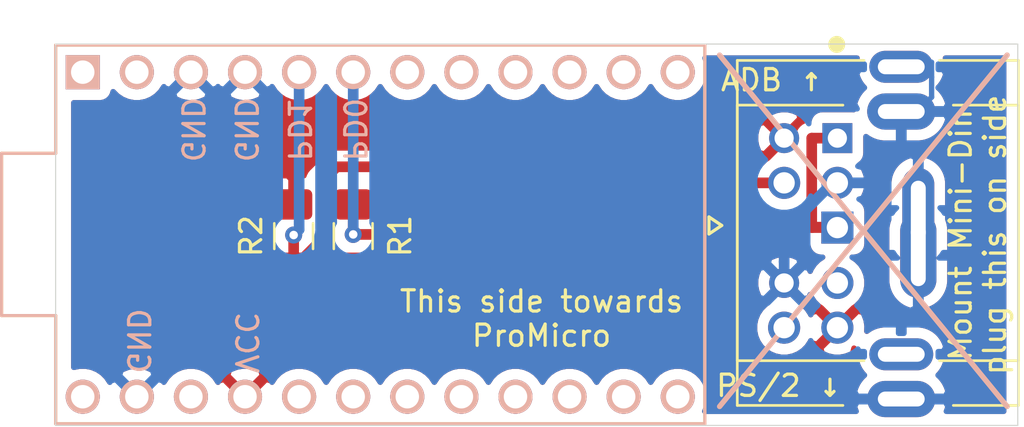
<source format=kicad_pcb>
(kicad_pcb (version 20171130) (host pcbnew "(5.1.0-0)")

  (general
    (thickness 1.6)
    (drawings 18)
    (tracks 36)
    (zones 0)
    (modules 5)
    (nets 26)
  )

  (page A4)
  (layers
    (0 F.Cu signal)
    (31 B.Cu signal)
    (32 B.Adhes user)
    (33 F.Adhes user)
    (34 B.Paste user)
    (35 F.Paste user)
    (36 B.SilkS user)
    (37 F.SilkS user)
    (38 B.Mask user)
    (39 F.Mask user)
    (40 Dwgs.User user)
    (41 Cmts.User user)
    (42 Eco1.User user)
    (43 Eco2.User user)
    (44 Edge.Cuts user)
    (45 Margin user)
    (46 B.CrtYd user)
    (47 F.CrtYd user)
    (48 B.Fab user)
    (49 F.Fab user)
  )

  (setup
    (last_trace_width 0.25)
    (user_trace_width 0.5)
    (user_trace_width 1)
    (trace_clearance 0.2)
    (zone_clearance 0.508)
    (zone_45_only no)
    (trace_min 0.2)
    (via_size 0.8)
    (via_drill 0.4)
    (via_min_size 0.4)
    (via_min_drill 0.3)
    (uvia_size 0.3)
    (uvia_drill 0.1)
    (uvias_allowed no)
    (uvia_min_size 0.2)
    (uvia_min_drill 0.1)
    (edge_width 0.05)
    (segment_width 0.2)
    (pcb_text_width 0.3)
    (pcb_text_size 1.5 1.5)
    (mod_edge_width 0.12)
    (mod_text_size 1 1)
    (mod_text_width 0.15)
    (pad_size 1.524 1.524)
    (pad_drill 0.762)
    (pad_to_mask_clearance 0.051)
    (solder_mask_min_width 0.25)
    (aux_axis_origin 0 0)
    (visible_elements FFFFFF7F)
    (pcbplotparams
      (layerselection 0x010fc_ffffffff)
      (usegerberextensions false)
      (usegerberattributes false)
      (usegerberadvancedattributes false)
      (creategerberjobfile false)
      (excludeedgelayer true)
      (linewidth 0.100000)
      (plotframeref false)
      (viasonmask false)
      (mode 1)
      (useauxorigin false)
      (hpglpennumber 1)
      (hpglpenspeed 20)
      (hpglpendiameter 15.000000)
      (psnegative false)
      (psa4output false)
      (plotreference true)
      (plotvalue true)
      (plotinvisibletext false)
      (padsonsilk false)
      (subtractmaskfromsilk false)
      (outputformat 1)
      (mirror false)
      (drillshape 0)
      (scaleselection 1)
      (outputdirectory "gerbs"))
  )

  (net 0 "")
  (net 1 GND)
  (net 2 +5V)
  (net 3 /POWER_SW)
  (net 4 /DATA)
  (net 5 "Net-(J2-Pad2)")
  (net 6 "Net-(J2-Pad6)")
  (net 7 /CLOCK)
  (net 8 "Net-(U1-Pad24)")
  (net 9 "Net-(U1-Pad22)")
  (net 10 "Net-(U1-Pad20)")
  (net 11 "Net-(U1-Pad19)")
  (net 12 "Net-(U1-Pad18)")
  (net 13 "Net-(U1-Pad17)")
  (net 14 "Net-(U1-Pad16)")
  (net 15 "Net-(U1-Pad15)")
  (net 16 "Net-(U1-Pad14)")
  (net 17 "Net-(U1-Pad13)")
  (net 18 "Net-(U1-Pad12)")
  (net 19 "Net-(U1-Pad11)")
  (net 20 "Net-(U1-Pad10)")
  (net 21 "Net-(U1-Pad9)")
  (net 22 "Net-(U1-Pad8)")
  (net 23 "Net-(U1-Pad7)")
  (net 24 "Net-(U1-Pad2)")
  (net 25 "Net-(U1-Pad1)")

  (net_class Default "This is the default net class."
    (clearance 0.2)
    (trace_width 0.25)
    (via_dia 0.8)
    (via_drill 0.4)
    (uvia_dia 0.3)
    (uvia_drill 0.1)
    (add_net +5V)
    (add_net /CLOCK)
    (add_net /DATA)
    (add_net /POWER_SW)
    (add_net GND)
    (add_net "Net-(J2-Pad2)")
    (add_net "Net-(J2-Pad6)")
    (add_net "Net-(U1-Pad1)")
    (add_net "Net-(U1-Pad10)")
    (add_net "Net-(U1-Pad11)")
    (add_net "Net-(U1-Pad12)")
    (add_net "Net-(U1-Pad13)")
    (add_net "Net-(U1-Pad14)")
    (add_net "Net-(U1-Pad15)")
    (add_net "Net-(U1-Pad16)")
    (add_net "Net-(U1-Pad17)")
    (add_net "Net-(U1-Pad18)")
    (add_net "Net-(U1-Pad19)")
    (add_net "Net-(U1-Pad2)")
    (add_net "Net-(U1-Pad20)")
    (add_net "Net-(U1-Pad22)")
    (add_net "Net-(U1-Pad24)")
    (add_net "Net-(U1-Pad7)")
    (add_net "Net-(U1-Pad8)")
    (add_net "Net-(U1-Pad9)")
  )

  (module Connector_Mini-DIN:Mini-Din-6_CUI_MD-60FC (layer F.Cu) (tedit 5C9827EE) (tstamp 5C983B61)
    (at 82.6 48.4 270)
    (path /5C9BC575)
    (fp_text reference J2 (at -4.82871 -7.95937 270) (layer F.Fab) hide
      (effects (font (size 1.00181 1.00181) (thickness 0.05)))
    )
    (fp_text value Mini-DIN-6_Shielded (at -4.2508 8.61677 270) (layer F.SilkS) hide
      (effects (font (size 1.00137 1.00137) (thickness 0.05)))
    )
    (fp_line (start -1.4 7) (end -1 7.6) (layer F.SilkS) (width 0.15))
    (fp_line (start -1.8 7.6) (end -1 7.6) (layer F.SilkS) (width 0.15))
    (fp_line (start -1.4 7) (end -1.8 7.6) (layer F.SilkS) (width 0.15))
    (fp_line (start 7.05 6.27) (end 7.05 1.309) (layer F.SilkS) (width 0.127))
    (fp_line (start 7.05 -6.93) (end 7.05 -3.875) (layer F.SilkS) (width 0.127))
    (fp_line (start -7.05 6.27) (end -7.05 1.309) (layer F.SilkS) (width 0.127))
    (fp_line (start -7.05 -6.93) (end -7.05 -3.875) (layer F.SilkS) (width 0.127))
    (fp_line (start -7.3 -7.13) (end -7.3 -3.38) (layer Eco1.User) (width 0.05))
    (fp_line (start -7.85 -3.38) (end -7.3 -3.38) (layer Eco1.User) (width 0.05))
    (fp_line (start -7.85 0.52) (end -7.85 -3.38) (layer Eco1.User) (width 0.05))
    (fp_line (start -7.3 0.52) (end -7.85 0.52) (layer Eco1.User) (width 0.05))
    (fp_line (start -7.3 6.52) (end -7.3 0.52) (layer Eco1.User) (width 0.05))
    (fp_line (start 7.3 6.52) (end -7.3 6.52) (layer Eco1.User) (width 0.05))
    (fp_line (start 7.3 0.52) (end 7.3 6.52) (layer Eco1.User) (width 0.05))
    (fp_line (start 7.85 0.52) (end 7.3 0.52) (layer Eco1.User) (width 0.05))
    (fp_line (start 7.85 -3.38) (end 7.85 0.52) (layer Eco1.User) (width 0.05))
    (fp_line (start 7.3 -3.38) (end 7.85 -3.38) (layer Eco1.User) (width 0.05))
    (fp_line (start 7.3 -7.13) (end 7.3 -3.38) (layer Eco1.User) (width 0.05))
    (fp_line (start -7.3 -7.13) (end 7.3 -7.13) (layer Eco1.User) (width 0.05))
    (fp_line (start 7.05 6.27) (end -7.05 6.27) (layer Dwgs.User) (width 0.127))
    (fp_line (start 7.05 -6.93) (end 7.05 6.27) (layer Dwgs.User) (width 0.127))
    (fp_line (start -7.05 -6.93) (end 7.05 -6.93) (layer Dwgs.User) (width 0.127))
    (fp_line (start -7.05 6.27) (end -7.05 -6.93) (layer Dwgs.User) (width 0.127))
    (fp_line (start 7.05 6.27) (end -7.05 6.27) (layer F.SilkS) (width 0.127))
    (fp_line (start -7.05 -6.93) (end 7.05 -6.93) (layer F.SilkS) (width 0.127))
    (pad 2 thru_hole circle (at 1.3 1.57 180) (size 1.508 1.508) (drill 1) (layers *.Cu *.Mask)
      (net 5 "Net-(J2-Pad2)"))
    (pad 6 thru_hole circle (at 3.4 4.07 180) (size 1.508 1.508) (drill 1) (layers *.Cu *.Mask)
      (net 6 "Net-(J2-Pad6)"))
    (pad 4 thru_hole circle (at 3.4 1.57 180) (size 1.508 1.508) (drill 1) (layers *.Cu *.Mask)
      (net 2 +5V))
    (pad 3 thru_hole circle (at -3.4 1.57 180) (size 1.508 1.508) (drill 1) (layers *.Cu *.Mask)
      (net 1 GND))
    (pad 5 thru_hole circle (at -3.4 4.07 180) (size 1.508 1.508) (drill 1) (layers *.Cu *.Mask)
      (net 7 /CLOCK))
    (pad 1 thru_hole rect (at -1.3 1.57 180) (size 1.508 1.508) (drill 1) (layers *.Cu *.Mask)
      (net 4 /DATA))
    (pad SH thru_hole oval (at 6.75 -1.43) (size 3.2 1.7) (drill oval 2.2 0.7) (layers *.Cu *.Mask)
      (net 1 GND))
    (pad SH thru_hole oval (at 0 -2.23 270) (size 4 1.7) (drill oval 2.9 0.7) (layers *.Cu *.Mask)
      (net 1 GND))
    (pad SH thru_hole oval (at -6.75 -1.43) (size 3.2 1.7) (drill oval 2.2 0.7) (layers *.Cu *.Mask)
      (net 1 GND))
    (model /Users/troldrik/Downloads/CUI_MD-60FC/CUI_MD-60FC.step
      (offset (xyz 0 6.9 6.5))
      (scale (xyz 1 1 1))
      (rotate (xyz -90 0 -90))
    )
  )

  (module Connector_Mini-DIN:Mini-Din-4_CUI_MD-40FC (layer F.Cu) (tedit 5C9827CE) (tstamp 5C983B3B)
    (at 82.93 46.3 270)
    (path /5C9B66F3)
    (fp_text reference J1 (at -4.55201 -7.78199 270) (layer F.SilkS) hide
      (effects (font (size 1.00154 1.00154) (thickness 0.05)))
    )
    (fp_text value Mini-DIN-4_Shielded (at -3.91438 7.68359 270) (layer F.SilkS) hide
      (effects (font (size 1.00112 1.00112) (thickness 0.05)))
    )
    (fp_line (start 7.85 0.65) (end 7.3 0.65) (layer Eco1.User) (width 0.05))
    (fp_line (start 7.85 -2.75) (end 7.85 0.65) (layer Eco1.User) (width 0.05))
    (fp_line (start 7.3 -2.75) (end 7.85 -2.75) (layer Eco1.User) (width 0.05))
    (fp_line (start -7.8 0.5) (end -7.3 0.5) (layer Eco1.User) (width 0.05))
    (fp_line (start -7.8 -2.75) (end -7.8 0.5) (layer Eco1.User) (width 0.05))
    (fp_line (start -7.3 -2.75) (end -7.8 -2.75) (layer Eco1.User) (width 0.05))
    (fp_line (start -7.05 0.65) (end -7.05 6.6) (layer F.SilkS) (width 0.127))
    (fp_line (start -7.05 -6.6) (end -7.05 -2.9) (layer F.SilkS) (width 0.127))
    (fp_line (start 7.05 0.65) (end 7.05 6.6) (layer F.SilkS) (width 0.127))
    (fp_line (start 7.05 -6.6) (end 7.05 -2.9) (layer F.SilkS) (width 0.127))
    (fp_line (start -7.3 -2.75) (end -7.3 -6.85) (layer Eco1.User) (width 0.05))
    (fp_line (start -7.3 6.85) (end -7.3 0.5) (layer Eco1.User) (width 0.05))
    (fp_line (start 7.3 6.85) (end -7.3 6.85) (layer Eco1.User) (width 0.05))
    (fp_line (start 7.3 0.65) (end 7.3 6.85) (layer Eco1.User) (width 0.05))
    (fp_line (start 7.3 -6.85) (end 7.3 -2.75) (layer Eco1.User) (width 0.05))
    (fp_line (start -7.3 -6.85) (end 7.3 -6.85) (layer Eco1.User) (width 0.05))
    (fp_line (start 7.05 6.6) (end -7.05 6.6) (layer F.SilkS) (width 0.127))
    (fp_line (start -7.05 -6.6) (end 7.05 -6.6) (layer F.SilkS) (width 0.127))
    (fp_line (start -7.05 6.6) (end -7.05 -6.6) (layer Eco2.User) (width 0.127))
    (fp_line (start 7.05 6.6) (end -7.05 6.6) (layer Eco2.User) (width 0.127))
    (fp_line (start 7.05 -6.6) (end 7.05 6.6) (layer Eco2.User) (width 0.127))
    (fp_line (start -7.05 -6.6) (end 7.05 -6.6) (layer Eco2.User) (width 0.127))
    (fp_line (start -1.1 -2.25) (end -1.1 -1.55) (layer Edge.Cuts) (width 0.0001))
    (fp_line (start 1.1 -2.25) (end -1.1 -2.25) (layer Edge.Cuts) (width 0.0001))
    (fp_line (start 1.1 -1.55) (end 1.1 -2.25) (layer Edge.Cuts) (width 0.0001))
    (fp_line (start -1.1 -1.55) (end 1.1 -1.55) (layer Edge.Cuts) (width 0.0001))
    (fp_line (start 7.1 -2.2) (end 6.4 -2.2) (layer Edge.Cuts) (width 0.0001))
    (fp_line (start 7.1 0) (end 7.1 -2.2) (layer Edge.Cuts) (width 0.0001))
    (fp_line (start 6.4 0) (end 7.1 0) (layer Edge.Cuts) (width 0.0001))
    (fp_line (start 6.4 -2.2) (end 6.4 0) (layer Edge.Cuts) (width 0.0001))
    (fp_line (start -6.4 -2.2) (end -7.1 -2.2) (layer Edge.Cuts) (width 0.0001))
    (fp_line (start -6.4 0) (end -6.4 -2.2) (layer Edge.Cuts) (width 0.0001))
    (fp_line (start -7.1 0) (end -6.4 0) (layer Edge.Cuts) (width 0.0001))
    (fp_line (start -7.1 -2.2) (end -7.1 0) (layer Edge.Cuts) (width 0.0001))
    (fp_circle (center -7.8 1.93) (end -7.6 1.93) (layer F.SilkS) (width 0.4))
    (pad 4 thru_hole circle (at 3.4 4.4 270) (size 1.408 1.408) (drill 0.9) (layers *.Cu *.Mask)
      (net 1 GND))
    (pad SH thru_hole oval (at 0 -1.9 270) (size 4 1.5) (drill oval 2.8 0.7) (layers *.Cu *.Mask)
      (net 1 GND))
    (pad 3 thru_hole circle (at -3.4 4.4 270) (size 1.408 1.408) (drill 0.9) (layers *.Cu *.Mask)
      (net 2 +5V))
    (pad 2 thru_hole circle (at 3.4 1.9 270) (size 1.408 1.408) (drill 0.9) (layers *.Cu *.Mask)
      (net 3 /POWER_SW))
    (pad 1 thru_hole rect (at -3.4 1.9 270) (size 1.408 1.408) (drill 0.9) (layers *.Cu *.Mask)
      (net 4 /DATA))
    (pad SH thru_hole oval (at 6.75 -1.1) (size 3 1.5) (drill oval 2.2 0.7) (layers *.Cu *.Mask)
      (net 1 GND))
    (pad SH thru_hole oval (at -6.75 -1.1) (size 3 1.5) (drill oval 2.2 0.7) (layers *.Cu *.Mask)
      (net 1 GND))
  )

  (module promicro:ProMicro (layer B.Cu) (tedit 5A06A962) (tstamp 5C97F559)
    (at 59.566 47.422)
    (descr "Pro Micro footprint")
    (tags "promicro ProMicro")
    (path /5C97D774)
    (fp_text reference U1 (at 0 10.16) (layer B.SilkS) hide
      (effects (font (size 1 1) (thickness 0.15)) (justify mirror))
    )
    (fp_text value ProMicro (at 0 -10.16) (layer B.Fab)
      (effects (font (size 1 1) (thickness 0.15)) (justify mirror))
    )
    (fp_line (start 15.24 8.89) (end 15.24 -8.89) (layer B.SilkS) (width 0.15))
    (fp_line (start -15.24 8.89) (end 15.24 8.89) (layer B.SilkS) (width 0.15))
    (fp_line (start -15.24 3.81) (end -15.24 8.89) (layer B.SilkS) (width 0.15))
    (fp_line (start -17.78 3.81) (end -15.24 3.81) (layer B.SilkS) (width 0.15))
    (fp_line (start -17.78 -3.81) (end -17.78 3.81) (layer B.SilkS) (width 0.15))
    (fp_line (start -15.24 -3.81) (end -17.78 -3.81) (layer B.SilkS) (width 0.15))
    (fp_line (start -15.24 -8.89) (end -15.24 -3.81) (layer B.SilkS) (width 0.15))
    (fp_line (start -15.24 -8.89) (end 15.24 -8.89) (layer B.SilkS) (width 0.15))
    (fp_line (start -15.24 8.89) (end 15.24 8.89) (layer F.SilkS) (width 0.15))
    (fp_line (start -15.24 3.81) (end -15.24 8.89) (layer F.SilkS) (width 0.15))
    (fp_line (start -17.78 3.81) (end -15.24 3.81) (layer F.SilkS) (width 0.15))
    (fp_line (start -17.78 -3.81) (end -17.78 3.81) (layer F.SilkS) (width 0.15))
    (fp_line (start -15.24 -3.81) (end -17.78 -3.81) (layer F.SilkS) (width 0.15))
    (fp_line (start -15.24 -8.89) (end -15.24 -3.81) (layer F.SilkS) (width 0.15))
    (fp_line (start 15.24 -8.89) (end -15.24 -8.89) (layer F.SilkS) (width 0.15))
    (fp_line (start 15.24 8.89) (end 15.24 -8.89) (layer F.SilkS) (width 0.15))
    (pad 24 thru_hole circle (at -13.97 7.62) (size 1.6 1.6) (drill 1.1) (layers *.Cu *.Mask B.SilkS)
      (net 8 "Net-(U1-Pad24)"))
    (pad 23 thru_hole circle (at -11.43 7.62) (size 1.6 1.6) (drill 1.1) (layers *.Cu *.Mask B.SilkS)
      (net 1 GND))
    (pad 22 thru_hole circle (at -8.89 7.62) (size 1.6 1.6) (drill 1.1) (layers *.Cu *.Mask B.SilkS)
      (net 9 "Net-(U1-Pad22)"))
    (pad 21 thru_hole circle (at -6.35 7.62) (size 1.6 1.6) (drill 1.1) (layers *.Cu *.Mask B.SilkS)
      (net 2 +5V))
    (pad 20 thru_hole circle (at -3.81 7.62) (size 1.6 1.6) (drill 1.1) (layers *.Cu *.Mask B.SilkS)
      (net 10 "Net-(U1-Pad20)"))
    (pad 19 thru_hole circle (at -1.27 7.62) (size 1.6 1.6) (drill 1.1) (layers *.Cu *.Mask B.SilkS)
      (net 11 "Net-(U1-Pad19)"))
    (pad 18 thru_hole circle (at 1.27 7.62) (size 1.6 1.6) (drill 1.1) (layers *.Cu *.Mask B.SilkS)
      (net 12 "Net-(U1-Pad18)"))
    (pad 17 thru_hole circle (at 3.81 7.62) (size 1.6 1.6) (drill 1.1) (layers *.Cu *.Mask B.SilkS)
      (net 13 "Net-(U1-Pad17)"))
    (pad 16 thru_hole circle (at 6.35 7.62) (size 1.6 1.6) (drill 1.1) (layers *.Cu *.Mask B.SilkS)
      (net 14 "Net-(U1-Pad16)"))
    (pad 15 thru_hole circle (at 8.89 7.62) (size 1.6 1.6) (drill 1.1) (layers *.Cu *.Mask B.SilkS)
      (net 15 "Net-(U1-Pad15)"))
    (pad 14 thru_hole circle (at 11.43 7.62) (size 1.6 1.6) (drill 1.1) (layers *.Cu *.Mask B.SilkS)
      (net 16 "Net-(U1-Pad14)"))
    (pad 13 thru_hole circle (at 13.97 7.62) (size 1.6 1.6) (drill 1.1) (layers *.Cu *.Mask B.SilkS)
      (net 17 "Net-(U1-Pad13)"))
    (pad 12 thru_hole circle (at 13.97 -7.62) (size 1.6 1.6) (drill 1.1) (layers *.Cu *.Mask B.SilkS)
      (net 18 "Net-(U1-Pad12)"))
    (pad 11 thru_hole circle (at 11.43 -7.62) (size 1.6 1.6) (drill 1.1) (layers *.Cu *.Mask B.SilkS)
      (net 19 "Net-(U1-Pad11)"))
    (pad 10 thru_hole circle (at 8.89 -7.62) (size 1.6 1.6) (drill 1.1) (layers *.Cu *.Mask B.SilkS)
      (net 20 "Net-(U1-Pad10)"))
    (pad 9 thru_hole circle (at 6.35 -7.62) (size 1.6 1.6) (drill 1.1) (layers *.Cu *.Mask B.SilkS)
      (net 21 "Net-(U1-Pad9)"))
    (pad 8 thru_hole circle (at 3.81 -7.62) (size 1.6 1.6) (drill 1.1) (layers *.Cu *.Mask B.SilkS)
      (net 22 "Net-(U1-Pad8)"))
    (pad 7 thru_hole circle (at 1.27 -7.62) (size 1.6 1.6) (drill 1.1) (layers *.Cu *.Mask B.SilkS)
      (net 23 "Net-(U1-Pad7)"))
    (pad 6 thru_hole circle (at -1.27 -7.62) (size 1.6 1.6) (drill 1.1) (layers *.Cu *.Mask B.SilkS)
      (net 4 /DATA))
    (pad 5 thru_hole circle (at -3.81 -7.62) (size 1.6 1.6) (drill 1.1) (layers *.Cu *.Mask B.SilkS)
      (net 7 /CLOCK))
    (pad 4 thru_hole circle (at -6.35 -7.62) (size 1.6 1.6) (drill 1.1) (layers *.Cu *.Mask B.SilkS)
      (net 1 GND))
    (pad 3 thru_hole circle (at -8.89 -7.62) (size 1.6 1.6) (drill 1.1) (layers *.Cu *.Mask B.SilkS)
      (net 1 GND))
    (pad 2 thru_hole circle (at -11.43 -7.62) (size 1.6 1.6) (drill 1.1) (layers *.Cu *.Mask B.SilkS)
      (net 24 "Net-(U1-Pad2)"))
    (pad 1 thru_hole rect (at -13.97 -7.62) (size 1.6 1.6) (drill 1.1) (layers *.Cu *.Mask B.SilkS)
      (net 25 "Net-(U1-Pad1)"))
  )

  (module Resistor_SMD:R_1206_3216Metric_Pad1.42x1.75mm_HandSolder (layer F.Cu) (tedit 5B301BBD) (tstamp 5C983A47)
    (at 55.5 47.5 270)
    (descr "Resistor SMD 1206 (3216 Metric), square (rectangular) end terminal, IPC_7351 nominal with elongated pad for handsoldering. (Body size source: http://www.tortai-tech.com/upload/download/2011102023233369053.pdf), generated with kicad-footprint-generator")
    (tags "resistor handsolder")
    (path /5C99B99A)
    (attr smd)
    (fp_text reference R2 (at 0 2 270) (layer F.SilkS)
      (effects (font (size 1 1) (thickness 0.15)))
    )
    (fp_text value 1kΩ (at 0 1.82 270) (layer F.Fab)
      (effects (font (size 1 1) (thickness 0.15)))
    )
    (fp_text user %R (at 0 0 270) (layer F.Fab)
      (effects (font (size 0.8 0.8) (thickness 0.12)))
    )
    (fp_line (start 2.45 1.12) (end -2.45 1.12) (layer F.CrtYd) (width 0.05))
    (fp_line (start 2.45 -1.12) (end 2.45 1.12) (layer F.CrtYd) (width 0.05))
    (fp_line (start -2.45 -1.12) (end 2.45 -1.12) (layer F.CrtYd) (width 0.05))
    (fp_line (start -2.45 1.12) (end -2.45 -1.12) (layer F.CrtYd) (width 0.05))
    (fp_line (start -0.602064 0.91) (end 0.602064 0.91) (layer F.SilkS) (width 0.12))
    (fp_line (start -0.602064 -0.91) (end 0.602064 -0.91) (layer F.SilkS) (width 0.12))
    (fp_line (start 1.6 0.8) (end -1.6 0.8) (layer F.Fab) (width 0.1))
    (fp_line (start 1.6 -0.8) (end 1.6 0.8) (layer F.Fab) (width 0.1))
    (fp_line (start -1.6 -0.8) (end 1.6 -0.8) (layer F.Fab) (width 0.1))
    (fp_line (start -1.6 0.8) (end -1.6 -0.8) (layer F.Fab) (width 0.1))
    (pad 2 smd roundrect (at 1.4875 0 270) (size 1.425 1.75) (layers F.Cu F.Paste F.Mask) (roundrect_rratio 0.175439)
      (net 7 /CLOCK))
    (pad 1 smd roundrect (at -1.4875 0 270) (size 1.425 1.75) (layers F.Cu F.Paste F.Mask) (roundrect_rratio 0.175439)
      (net 2 +5V))
    (model ${KISYS3DMOD}/Resistor_SMD.3dshapes/R_1206_3216Metric.wrl
      (at (xyz 0 0 0))
      (scale (xyz 1 1 1))
      (rotate (xyz 0 0 0))
    )
  )

  (module Resistor_SMD:R_1206_3216Metric_Pad1.42x1.75mm_HandSolder (layer F.Cu) (tedit 5B301BBD) (tstamp 5C983A77)
    (at 58.296 47.5 90)
    (descr "Resistor SMD 1206 (3216 Metric), square (rectangular) end terminal, IPC_7351 nominal with elongated pad for handsoldering. (Body size source: http://www.tortai-tech.com/upload/download/2011102023233369053.pdf), generated with kicad-footprint-generator")
    (tags "resistor handsolder")
    (path /5C98C642)
    (attr smd)
    (fp_text reference R1 (at 0 2.204 90) (layer F.SilkS)
      (effects (font (size 1 1) (thickness 0.15)))
    )
    (fp_text value 1kΩ (at 0 1.82 90) (layer F.Fab)
      (effects (font (size 1 1) (thickness 0.15)))
    )
    (fp_text user %R (at 0 0 90) (layer F.Fab)
      (effects (font (size 0.8 0.8) (thickness 0.12)))
    )
    (fp_line (start 2.45 1.12) (end -2.45 1.12) (layer F.CrtYd) (width 0.05))
    (fp_line (start 2.45 -1.12) (end 2.45 1.12) (layer F.CrtYd) (width 0.05))
    (fp_line (start -2.45 -1.12) (end 2.45 -1.12) (layer F.CrtYd) (width 0.05))
    (fp_line (start -2.45 1.12) (end -2.45 -1.12) (layer F.CrtYd) (width 0.05))
    (fp_line (start -0.602064 0.91) (end 0.602064 0.91) (layer F.SilkS) (width 0.12))
    (fp_line (start -0.602064 -0.91) (end 0.602064 -0.91) (layer F.SilkS) (width 0.12))
    (fp_line (start 1.6 0.8) (end -1.6 0.8) (layer F.Fab) (width 0.1))
    (fp_line (start 1.6 -0.8) (end 1.6 0.8) (layer F.Fab) (width 0.1))
    (fp_line (start -1.6 -0.8) (end 1.6 -0.8) (layer F.Fab) (width 0.1))
    (fp_line (start -1.6 0.8) (end -1.6 -0.8) (layer F.Fab) (width 0.1))
    (pad 2 smd roundrect (at 1.4875 0 90) (size 1.425 1.75) (layers F.Cu F.Paste F.Mask) (roundrect_rratio 0.175439)
      (net 4 /DATA))
    (pad 1 smd roundrect (at -1.4875 0 90) (size 1.425 1.75) (layers F.Cu F.Paste F.Mask) (roundrect_rratio 0.175439)
      (net 2 +5V))
    (model ${KISYS3DMOD}/Resistor_SMD.3dshapes/R_1206_3216Metric.wrl
      (at (xyz 0 0 0))
      (scale (xyz 1 1 1))
      (rotate (xyz 0 0 0))
    )
  )

  (gr_line (start 75.5 39) (end 89 55.5) (layer B.SilkS) (width 0.25))
  (gr_line (start 89 39) (end 75.5 55.5) (layer B.SilkS) (width 0.25))
  (gr_text "Mount Mini-Din\nplug this on side" (at 87.62 47.44 90) (layer F.SilkS)
    (effects (font (size 1 1) (thickness 0.15)))
  )
  (gr_text "This side towards\nProMicro" (at 67.14 51.37) (layer F.SilkS)
    (effects (font (size 1 1) (thickness 0.15)))
  )
  (gr_text VCC (at 53.275 52.5 270) (layer B.SilkS) (tstamp 5C985C4B)
    (effects (font (size 1 1) (thickness 0.15)) (justify mirror))
  )
  (gr_text GND (at 48.2 52.425 270) (layer B.SilkS)
    (effects (font (size 1 1) (thickness 0.15)) (justify mirror))
  )
  (gr_text "PD0\n" (at 58.35 42.5 270) (layer B.SilkS) (tstamp 5C985A39)
    (effects (font (size 1 1) (thickness 0.15)) (justify mirror))
  )
  (gr_text PD1 (at 55.75 42.5 270) (layer B.SilkS) (tstamp 5C985A37)
    (effects (font (size 1 1) (thickness 0.15)) (justify mirror))
  )
  (gr_text GND (at 53.25 42.5 270) (layer B.SilkS) (tstamp 5C985A35)
    (effects (font (size 1 1) (thickness 0.15)) (justify mirror))
  )
  (gr_text GND (at 50.75 42.5 270) (layer B.SilkS)
    (effects (font (size 1 1) (thickness 0.15)) (justify mirror))
  )
  (gr_line (start 44.323 47.4345) (end 88.773 47.4345) (layer Dwgs.User) (width 0.15) (tstamp 5C983A35))
  (gr_line (start 44.323 56.388) (end 44.323 47.4345) (layer Dwgs.User) (width 0.15))
  (gr_text "ADB ↑" (at 78 40.175) (layer F.SilkS) (tstamp 5C980C95)
    (effects (font (size 1 1) (thickness 0.15)))
  )
  (gr_text "PS/2 ↓" (at 78.325 54.525) (layer F.SilkS)
    (effects (font (size 1 1) (thickness 0.15)))
  )
  (gr_line (start 89.5 38.481) (end 89.5 56.388) (layer Edge.Cuts) (width 0.05) (tstamp 5C98541A))
  (gr_line (start 44.323 38.481) (end 89.5 38.481) (layer Edge.Cuts) (width 0.05))
  (gr_line (start 44.323 56.388) (end 89.5 56.388) (layer Edge.Cuts) (width 0.05))
  (gr_line (start 44.323 38.481) (end 44.323 56.388) (layer Edge.Cuts) (width 0.05))

  (segment (start 78.53 48.704394) (end 78.53 49.7) (width 0.5) (layer B.Cu) (net 1))
  (segment (start 78.53 47.281998) (end 78.53 48.704394) (width 0.5) (layer B.Cu) (net 1))
  (segment (start 80.811998 45) (end 78.53 47.281998) (width 0.5) (layer B.Cu) (net 1))
  (segment (start 81.03 45) (end 80.811998 45) (width 0.5) (layer B.Cu) (net 1))
  (segment (start 81.03 45) (end 83 45) (width 0.5) (layer B.Cu) (net 1))
  (segment (start 85.45506 40.034644) (end 85.45506 39.334644) (width 0.25) (layer B.Cu) (net 1))
  (segment (start 84.78 41.65) (end 85.45506 40.97494) (width 0.25) (layer B.Cu) (net 1))
  (segment (start 85.45506 40.97494) (end 85.45506 40.034644) (width 0.25) (layer B.Cu) (net 1))
  (segment (start 84.03 41.65) (end 84.78 41.65) (width 0.25) (layer B.Cu) (net 1))
  (segment (start 55.7 48.7591) (end 55.7546 48.7045) (width 0.5) (layer F.Cu) (net 7))
  (via (at 58.296 47.4218) (size 0.8) (drill 0.4) (layers F.Cu B.Cu) (net 4))
  (segment (start 58.296 39.802) (end 58.296 47.4218) (width 0.5) (layer B.Cu) (net 4))
  (segment (start 58.296 47.4218) (end 58.296 46.0125) (width 0.5) (layer F.Cu) (net 4))
  (segment (start 79.825999 42.900001) (end 79.825999 47.085999) (width 0.5) (layer F.Cu) (net 4))
  (segment (start 79.84 47.1) (end 81.03 47.1) (width 0.5) (layer F.Cu) (net 4))
  (segment (start 79.825999 47.085999) (end 79.84 47.1) (width 0.5) (layer F.Cu) (net 4))
  (segment (start 81.03 42.9) (end 79.825999 42.900001) (width 0.5) (layer F.Cu) (net 4))
  (via (at 55.5 47.45) (size 0.8) (drill 0.4) (layers F.Cu B.Cu) (net 7))
  (segment (start 55.75 46.0165) (end 55.754 46.0125) (width 0.5) (layer F.Cu) (net 2))
  (segment (start 59.5782 47.4218) (end 59.92 47.08) (width 0.5) (layer F.Cu) (net 4))
  (segment (start 81.01 47.08) (end 81.03 47.1) (width 0.5) (layer F.Cu) (net 4))
  (segment (start 59.92 47.08) (end 81.01 47.08) (width 0.5) (layer F.Cu) (net 4))
  (segment (start 58.296 47.4218) (end 59.5782 47.4218) (width 0.5) (layer F.Cu) (net 4))
  (segment (start 55.5 47.45) (end 55.5 48.8835) (width 0.5) (layer F.Cu) (net 7))
  (segment (start 55.756 47.194) (end 55.5 47.45) (width 0.5) (layer B.Cu) (net 7))
  (segment (start 55.756 39.802) (end 55.756 47.194) (width 0.5) (layer B.Cu) (net 7))
  (segment (start 60 45) (end 78.53 45) (width 0.5) (layer F.Cu) (net 7))
  (segment (start 59.246001 44.246001) (end 60 45) (width 0.5) (layer F.Cu) (net 7))
  (segment (start 57.520499 44.246001) (end 59.246001 44.246001) (width 0.5) (layer F.Cu) (net 7))
  (segment (start 56.82501 44.94149) (end 57.520499 44.246001) (width 0.5) (layer F.Cu) (net 7))
  (segment (start 56.82501 47.66249) (end 56.82501 44.94149) (width 0.5) (layer F.Cu) (net 7))
  (segment (start 55.5 48.9875) (end 56.82501 47.66249) (width 0.5) (layer F.Cu) (net 7))
  (segment (start 55.75 55.036) (end 55.756 55.042) (width 0.5) (layer B.Cu) (net 10))
  (segment (start 58.296 55.042) (end 58.296 54.996) (width 0.5) (layer F.Cu) (net 11))
  (segment (start 58.2946 55.0406) (end 58.296 55.042) (width 0.5) (layer F.Cu) (net 11))
  (segment (start 58.296 55.042) (end 58.296 54.996) (width 0.5) (layer B.Cu) (net 11))

  (zone (net 1) (net_name GND) (layer B.Cu) (tstamp 5C98C278) (hatch edge 0.508)
    (connect_pads (clearance 0.508))
    (min_thickness 0.254)
    (fill yes (arc_segments 32) (thermal_gap 0.508) (thermal_bridge_width 0.508))
    (polygon
      (pts
        (xy 45.05 38.481) (xy 45.05 56.388) (xy 89.5 56.388) (xy 89.5 38.481)
      )
    )
    (filled_polygon
      (pts
        (xy 81.937682 39.208815) (xy 82.060344 39.423) (xy 82.29495 39.423) (xy 82.29495 39.677) (xy 82.060344 39.677)
        (xy 81.937682 39.891185) (xy 81.951827 39.962684) (xy 82.057858 40.213868) (xy 82.210855 40.43954) (xy 82.303293 40.530742)
        (xy 82.140143 40.689748) (xy 81.974709 40.930574) (xy 81.859437 41.199047) (xy 81.838524 41.29311) (xy 81.959844 41.522998)
        (xy 81.795 41.522998) (xy 81.795 41.563936) (xy 81.734 41.557928) (xy 80.326 41.557928) (xy 80.201518 41.570188)
        (xy 80.08182 41.606498) (xy 79.971506 41.665463) (xy 79.874815 41.744815) (xy 79.795463 41.841506) (xy 79.736498 41.95182)
        (xy 79.700188 42.071518) (xy 79.687928 42.196) (xy 79.687928 42.222825) (xy 79.570069 42.046437) (xy 79.383563 41.859931)
        (xy 79.164254 41.713393) (xy 78.920572 41.612457) (xy 78.66188 41.561) (xy 78.39812 41.561) (xy 78.139428 41.612457)
        (xy 77.895746 41.713393) (xy 77.676437 41.859931) (xy 77.489931 42.046437) (xy 77.343393 42.265746) (xy 77.242457 42.509428)
        (xy 77.191 42.76812) (xy 77.191 43.03188) (xy 77.242457 43.290572) (xy 77.343393 43.534254) (xy 77.489931 43.753563)
        (xy 77.652295 43.915927) (xy 77.644564 43.921093) (xy 77.451093 44.114564) (xy 77.299084 44.342062) (xy 77.194378 44.594844)
        (xy 77.141 44.863195) (xy 77.141 45.136805) (xy 77.194378 45.405156) (xy 77.299084 45.657938) (xy 77.451093 45.885436)
        (xy 77.644564 46.078907) (xy 77.872062 46.230916) (xy 78.124844 46.335622) (xy 78.393195 46.389) (xy 78.666805 46.389)
        (xy 78.935156 46.335622) (xy 79.187938 46.230916) (xy 79.415436 46.078907) (xy 79.608907 45.885436) (xy 79.760916 45.657938)
        (xy 79.778322 45.615916) (xy 79.830873 45.714235) (xy 80.015564 45.765187) (xy 79.921506 45.815463) (xy 79.824815 45.894815)
        (xy 79.745463 45.991506) (xy 79.686498 46.10182) (xy 79.650188 46.221518) (xy 79.637928 46.346) (xy 79.637928 47.854)
        (xy 79.650188 47.978482) (xy 79.686498 48.09818) (xy 79.745463 48.208494) (xy 79.824815 48.305185) (xy 79.921506 48.384537)
        (xy 80.03182 48.443502) (xy 80.151518 48.479812) (xy 80.276 48.492072) (xy 80.337658 48.492072) (xy 80.144564 48.621093)
        (xy 79.951093 48.814564) (xy 79.799084 49.042062) (xy 79.754535 49.149613) (xy 79.742724 49.117236) (xy 79.688305 49.015423)
        (xy 79.454128 48.955477) (xy 78.709605 49.7) (xy 79.454128 50.444523) (xy 79.688305 50.384577) (xy 79.752758 50.246097)
        (xy 79.799084 50.357938) (xy 79.951093 50.585436) (xy 80.115657 50.75) (xy 79.951093 50.914564) (xy 79.799084 51.142062)
        (xy 79.78 51.188135) (xy 79.760916 51.142062) (xy 79.608907 50.914564) (xy 79.415436 50.721093) (xy 79.273909 50.626528)
        (xy 79.274523 50.624128) (xy 78.53 49.879605) (xy 77.785477 50.624128) (xy 77.786091 50.626528) (xy 77.644564 50.721093)
        (xy 77.451093 50.914564) (xy 77.299084 51.142062) (xy 77.194378 51.394844) (xy 77.141 51.663195) (xy 77.141 51.936805)
        (xy 77.194378 52.205156) (xy 77.299084 52.457938) (xy 77.451093 52.685436) (xy 77.644564 52.878907) (xy 77.872062 53.030916)
        (xy 78.124844 53.135622) (xy 78.393195 53.189) (xy 78.666805 53.189) (xy 78.935156 53.135622) (xy 79.187938 53.030916)
        (xy 79.415436 52.878907) (xy 79.608907 52.685436) (xy 79.760916 52.457938) (xy 79.78 52.411865) (xy 79.799084 52.457938)
        (xy 79.951093 52.685436) (xy 80.144564 52.878907) (xy 80.372062 53.030916) (xy 80.624844 53.135622) (xy 80.893195 53.189)
        (xy 81.166805 53.189) (xy 81.435156 53.135622) (xy 81.687938 53.030916) (xy 81.915436 52.878907) (xy 81.99152 52.802823)
        (xy 82.060344 52.923) (xy 82.29495 52.923) (xy 82.29495 53.177) (xy 82.060344 53.177) (xy 81.937682 53.391185)
        (xy 81.951827 53.462684) (xy 82.057858 53.713868) (xy 82.210855 53.93954) (xy 82.303293 54.030742) (xy 82.140143 54.189748)
        (xy 81.974709 54.430574) (xy 81.859437 54.699047) (xy 81.838524 54.79311) (xy 81.959845 55.023) (xy 83.903 55.023)
        (xy 83.903 55.003) (xy 84.157 55.003) (xy 84.157 55.023) (xy 86.100155 55.023) (xy 86.221476 54.79311)
        (xy 86.200563 54.699047) (xy 86.085291 54.430574) (xy 85.919857 54.189748) (xy 85.756707 54.030742) (xy 85.849145 53.93954)
        (xy 86.002142 53.713868) (xy 86.108173 53.462684) (xy 86.122318 53.391185) (xy 85.999656 53.177) (xy 85.76505 53.177)
        (xy 85.76505 52.923) (xy 85.999656 52.923) (xy 86.122318 52.708815) (xy 86.108173 52.637316) (xy 86.002142 52.386132)
        (xy 85.849145 52.16046) (xy 85.655061 51.968972) (xy 85.427349 51.819028) (xy 85.17476 51.716389) (xy 84.907 51.665)
        (xy 84.157 51.665) (xy 84.157 52.06495) (xy 83.903 52.06495) (xy 83.903 51.665) (xy 83.153 51.665)
        (xy 82.88524 51.716389) (xy 82.632651 51.819028) (xy 82.413757 51.963166) (xy 82.419 51.936805) (xy 82.419 51.663195)
        (xy 82.365622 51.394844) (xy 82.260916 51.142062) (xy 82.108907 50.914564) (xy 81.944343 50.75) (xy 82.108907 50.585436)
        (xy 82.260916 50.357938) (xy 82.365622 50.105156) (xy 82.419 49.836805) (xy 82.419 49.563195) (xy 82.365622 49.294844)
        (xy 82.260916 49.042062) (xy 82.108907 48.814564) (xy 81.915436 48.621093) (xy 81.722342 48.492072) (xy 81.784 48.492072)
        (xy 81.908482 48.479812) (xy 82.02818 48.443502) (xy 82.138494 48.384537) (xy 82.235185 48.305185) (xy 82.314537 48.208494)
        (xy 82.373502 48.09818) (xy 82.409812 47.978482) (xy 82.422072 47.854) (xy 82.422072 47.123) (xy 83.345 47.123)
        (xy 83.345 48.273) (xy 83.648843 48.273) (xy 83.748972 48.425061) (xy 83.849547 48.527) (xy 83.345 48.527)
        (xy 83.345 49.677) (xy 83.39831 49.964269) (xy 83.506639 50.235618) (xy 83.665824 50.480619) (xy 83.869748 50.689857)
        (xy 84.110574 50.855291) (xy 84.379047 50.970563) (xy 84.47311 50.991476) (xy 84.703 50.870155) (xy 84.703 48.253)
        (xy 84.957 48.253) (xy 84.957 50.870155) (xy 85.18689 50.991476) (xy 85.280953 50.970563) (xy 85.549426 50.855291)
        (xy 85.790252 50.689857) (xy 85.994176 50.480619) (xy 86.153361 50.235618) (xy 86.26169 49.964269) (xy 86.315 49.677)
        (xy 86.315 48.527) (xy 85.810453 48.527) (xy 85.911028 48.425061) (xy 86.011157 48.273) (xy 86.315 48.273)
        (xy 86.315 47.123) (xy 86.26169 46.835731) (xy 86.215 46.718779) (xy 86.215 46.427) (xy 86.0641 46.427)
        (xy 85.994176 46.319381) (xy 85.851513 46.173) (xy 86.215 46.173) (xy 86.215 44.923) (xy 86.163611 44.65524)
        (xy 86.060972 44.402651) (xy 85.911028 44.174939) (xy 85.71954 43.980855) (xy 85.493868 43.827858) (xy 85.242684 43.721827)
        (xy 85.171185 43.707682) (xy 84.957 43.830344) (xy 84.957 44.56495) (xy 84.703 44.56495) (xy 84.703 43.830344)
        (xy 84.488815 43.707682) (xy 84.417316 43.721827) (xy 84.166132 43.827858) (xy 83.94046 43.980855) (xy 83.748972 44.174939)
        (xy 83.599028 44.402651) (xy 83.496389 44.65524) (xy 83.445 44.923) (xy 83.445 46.173) (xy 83.808487 46.173)
        (xy 83.665824 46.319381) (xy 83.5959 46.427) (xy 83.445 46.427) (xy 83.445 46.718779) (xy 83.39831 46.835731)
        (xy 83.345 47.123) (xy 82.422072 47.123) (xy 82.422072 46.346) (xy 82.409812 46.221518) (xy 82.373502 46.10182)
        (xy 82.314537 45.991506) (xy 82.235185 45.894815) (xy 82.138494 45.815463) (xy 82.044436 45.765187) (xy 82.229127 45.714235)
        (xy 82.345426 45.466574) (xy 82.411174 45.200982) (xy 82.423845 44.927666) (xy 82.382951 44.65713) (xy 82.290063 44.399771)
        (xy 82.229127 44.285765) (xy 81.989853 44.219755) (xy 82.059657 44.149951) (xy 82.088494 44.134537) (xy 82.185185 44.055185)
        (xy 82.264537 43.958494) (xy 82.323502 43.84818) (xy 82.359812 43.728482) (xy 82.372072 43.604) (xy 82.372072 42.828919)
        (xy 82.594382 42.973361) (xy 82.865731 43.08169) (xy 83.153 43.135) (xy 83.903 43.135) (xy 83.903 41.777)
        (xy 84.157 41.777) (xy 84.157 43.135) (xy 84.907 43.135) (xy 85.194269 43.08169) (xy 85.465618 42.973361)
        (xy 85.710619 42.814176) (xy 85.919857 42.610252) (xy 86.085291 42.369426) (xy 86.200563 42.100953) (xy 86.221476 42.00689)
        (xy 86.100155 41.777) (xy 84.157 41.777) (xy 83.903 41.777) (xy 83.883 41.777) (xy 83.883 41.523)
        (xy 83.903 41.523) (xy 83.903 41.503) (xy 84.157 41.503) (xy 84.157 41.523) (xy 86.100155 41.523)
        (xy 86.221476 41.29311) (xy 86.200563 41.199047) (xy 86.085291 40.930574) (xy 85.919857 40.689748) (xy 85.756707 40.530742)
        (xy 85.849145 40.43954) (xy 86.002142 40.213868) (xy 86.108173 39.962684) (xy 86.122318 39.891185) (xy 85.999656 39.677)
        (xy 85.76505 39.677) (xy 85.76505 39.423) (xy 85.999656 39.423) (xy 86.122318 39.208815) (xy 86.108902 39.141)
        (xy 88.84 39.141) (xy 88.840001 55.728) (xy 86.146014 55.728) (xy 86.200563 55.600953) (xy 86.221476 55.50689)
        (xy 86.100155 55.277) (xy 84.157 55.277) (xy 84.157 55.297) (xy 83.903 55.297) (xy 83.903 55.277)
        (xy 81.959845 55.277) (xy 81.838524 55.50689) (xy 81.859437 55.600953) (xy 81.913986 55.728) (xy 74.803489 55.728)
        (xy 74.80768 55.721727) (xy 74.915853 55.460574) (xy 74.971 55.183335) (xy 74.971 54.900665) (xy 74.915853 54.623426)
        (xy 74.80768 54.362273) (xy 74.650637 54.127241) (xy 74.450759 53.927363) (xy 74.215727 53.77032) (xy 73.954574 53.662147)
        (xy 73.677335 53.607) (xy 73.394665 53.607) (xy 73.117426 53.662147) (xy 72.856273 53.77032) (xy 72.621241 53.927363)
        (xy 72.421363 54.127241) (xy 72.266 54.359759) (xy 72.110637 54.127241) (xy 71.910759 53.927363) (xy 71.675727 53.77032)
        (xy 71.414574 53.662147) (xy 71.137335 53.607) (xy 70.854665 53.607) (xy 70.577426 53.662147) (xy 70.316273 53.77032)
        (xy 70.081241 53.927363) (xy 69.881363 54.127241) (xy 69.726 54.359759) (xy 69.570637 54.127241) (xy 69.370759 53.927363)
        (xy 69.135727 53.77032) (xy 68.874574 53.662147) (xy 68.597335 53.607) (xy 68.314665 53.607) (xy 68.037426 53.662147)
        (xy 67.776273 53.77032) (xy 67.541241 53.927363) (xy 67.341363 54.127241) (xy 67.186 54.359759) (xy 67.030637 54.127241)
        (xy 66.830759 53.927363) (xy 66.595727 53.77032) (xy 66.334574 53.662147) (xy 66.057335 53.607) (xy 65.774665 53.607)
        (xy 65.497426 53.662147) (xy 65.236273 53.77032) (xy 65.001241 53.927363) (xy 64.801363 54.127241) (xy 64.646 54.359759)
        (xy 64.490637 54.127241) (xy 64.290759 53.927363) (xy 64.055727 53.77032) (xy 63.794574 53.662147) (xy 63.517335 53.607)
        (xy 63.234665 53.607) (xy 62.957426 53.662147) (xy 62.696273 53.77032) (xy 62.461241 53.927363) (xy 62.261363 54.127241)
        (xy 62.106 54.359759) (xy 61.950637 54.127241) (xy 61.750759 53.927363) (xy 61.515727 53.77032) (xy 61.254574 53.662147)
        (xy 60.977335 53.607) (xy 60.694665 53.607) (xy 60.417426 53.662147) (xy 60.156273 53.77032) (xy 59.921241 53.927363)
        (xy 59.721363 54.127241) (xy 59.566 54.359759) (xy 59.410637 54.127241) (xy 59.210759 53.927363) (xy 58.975727 53.77032)
        (xy 58.714574 53.662147) (xy 58.437335 53.607) (xy 58.154665 53.607) (xy 57.877426 53.662147) (xy 57.616273 53.77032)
        (xy 57.381241 53.927363) (xy 57.181363 54.127241) (xy 57.026 54.359759) (xy 56.870637 54.127241) (xy 56.670759 53.927363)
        (xy 56.435727 53.77032) (xy 56.174574 53.662147) (xy 55.897335 53.607) (xy 55.614665 53.607) (xy 55.337426 53.662147)
        (xy 55.076273 53.77032) (xy 54.841241 53.927363) (xy 54.641363 54.127241) (xy 54.486 54.359759) (xy 54.330637 54.127241)
        (xy 54.130759 53.927363) (xy 53.895727 53.77032) (xy 53.634574 53.662147) (xy 53.357335 53.607) (xy 53.074665 53.607)
        (xy 52.797426 53.662147) (xy 52.536273 53.77032) (xy 52.301241 53.927363) (xy 52.101363 54.127241) (xy 51.946 54.359759)
        (xy 51.790637 54.127241) (xy 51.590759 53.927363) (xy 51.355727 53.77032) (xy 51.094574 53.662147) (xy 50.817335 53.607)
        (xy 50.534665 53.607) (xy 50.257426 53.662147) (xy 49.996273 53.77032) (xy 49.761241 53.927363) (xy 49.561363 54.127241)
        (xy 49.405085 54.361128) (xy 49.372671 54.300486) (xy 49.128702 54.228903) (xy 48.315605 55.042) (xy 48.329748 55.056143)
        (xy 48.150143 55.235748) (xy 48.136 55.221605) (xy 48.121858 55.235748) (xy 47.942253 55.056143) (xy 47.956395 55.042)
        (xy 47.143298 54.228903) (xy 46.899329 54.300486) (xy 46.868806 54.364992) (xy 46.86768 54.362273) (xy 46.710637 54.127241)
        (xy 46.632694 54.049298) (xy 47.322903 54.049298) (xy 48.136 54.862395) (xy 48.949097 54.049298) (xy 48.877514 53.805329)
        (xy 48.622004 53.684429) (xy 48.347816 53.6157) (xy 48.065488 53.601783) (xy 47.78587 53.643213) (xy 47.519708 53.738397)
        (xy 47.394486 53.805329) (xy 47.322903 54.049298) (xy 46.632694 54.049298) (xy 46.510759 53.927363) (xy 46.275727 53.77032)
        (xy 46.014574 53.662147) (xy 45.737335 53.607) (xy 45.454665 53.607) (xy 45.177426 53.662147) (xy 45.177 53.662323)
        (xy 45.177 49.774314) (xy 77.186575 49.774314) (xy 77.226886 50.034976) (xy 77.317276 50.282764) (xy 77.371695 50.384577)
        (xy 77.605872 50.444523) (xy 78.350395 49.7) (xy 77.605872 48.955477) (xy 77.371695 49.015423) (xy 77.260398 49.254551)
        (xy 77.197891 49.510797) (xy 77.186575 49.774314) (xy 45.177 49.774314) (xy 45.177 48.775872) (xy 77.785477 48.775872)
        (xy 78.53 49.520395) (xy 79.274523 48.775872) (xy 79.214577 48.541695) (xy 78.975449 48.430398) (xy 78.719203 48.367891)
        (xy 78.455686 48.356575) (xy 78.195024 48.396886) (xy 77.947236 48.487276) (xy 77.845423 48.541695) (xy 77.785477 48.775872)
        (xy 45.177 48.775872) (xy 45.177 41.240072) (xy 46.396 41.240072) (xy 46.520482 41.227812) (xy 46.64018 41.191502)
        (xy 46.750494 41.132537) (xy 46.847185 41.053185) (xy 46.926537 40.956494) (xy 46.985502 40.84618) (xy 47.021812 40.726482)
        (xy 47.022643 40.718039) (xy 47.221241 40.916637) (xy 47.456273 41.07368) (xy 47.717426 41.181853) (xy 47.994665 41.237)
        (xy 48.277335 41.237) (xy 48.554574 41.181853) (xy 48.815727 41.07368) (xy 49.050759 40.916637) (xy 49.172694 40.794702)
        (xy 49.862903 40.794702) (xy 49.934486 41.038671) (xy 50.189996 41.159571) (xy 50.464184 41.2283) (xy 50.746512 41.242217)
        (xy 51.02613 41.200787) (xy 51.292292 41.105603) (xy 51.417514 41.038671) (xy 51.489097 40.794702) (xy 52.402903 40.794702)
        (xy 52.474486 41.038671) (xy 52.729996 41.159571) (xy 53.004184 41.2283) (xy 53.286512 41.242217) (xy 53.56613 41.200787)
        (xy 53.832292 41.105603) (xy 53.957514 41.038671) (xy 54.029097 40.794702) (xy 53.216 39.981605) (xy 52.402903 40.794702)
        (xy 51.489097 40.794702) (xy 50.676 39.981605) (xy 49.862903 40.794702) (xy 49.172694 40.794702) (xy 49.250637 40.716759)
        (xy 49.406915 40.482872) (xy 49.439329 40.543514) (xy 49.683298 40.615097) (xy 50.496395 39.802) (xy 50.482253 39.787858)
        (xy 50.661858 39.608253) (xy 50.676 39.622395) (xy 50.690143 39.608253) (xy 50.869748 39.787858) (xy 50.855605 39.802)
        (xy 51.668702 40.615097) (xy 51.912671 40.543514) (xy 51.943971 40.477364) (xy 51.979329 40.543514) (xy 52.223298 40.615097)
        (xy 53.036395 39.802) (xy 53.022253 39.787858) (xy 53.201858 39.608253) (xy 53.216 39.622395) (xy 53.230143 39.608253)
        (xy 53.409748 39.787858) (xy 53.395605 39.802) (xy 54.208702 40.615097) (xy 54.452671 40.543514) (xy 54.483194 40.479008)
        (xy 54.48432 40.481727) (xy 54.641363 40.716759) (xy 54.841241 40.916637) (xy 54.871 40.936521) (xy 54.871001 46.6255)
        (xy 54.840226 46.646063) (xy 54.696063 46.790226) (xy 54.582795 46.959744) (xy 54.504774 47.148102) (xy 54.465 47.348061)
        (xy 54.465 47.551939) (xy 54.504774 47.751898) (xy 54.582795 47.940256) (xy 54.696063 48.109774) (xy 54.840226 48.253937)
        (xy 55.009744 48.367205) (xy 55.198102 48.445226) (xy 55.398061 48.485) (xy 55.601939 48.485) (xy 55.801898 48.445226)
        (xy 55.990256 48.367205) (xy 56.159774 48.253937) (xy 56.303937 48.109774) (xy 56.417205 47.940256) (xy 56.495226 47.751898)
        (xy 56.515341 47.650772) (xy 56.577589 47.534313) (xy 56.628195 47.36749) (xy 56.641 47.237477) (xy 56.641 47.237469)
        (xy 56.645281 47.194) (xy 56.641 47.150531) (xy 56.641 40.936521) (xy 56.670759 40.916637) (xy 56.870637 40.716759)
        (xy 57.026 40.484241) (xy 57.181363 40.716759) (xy 57.381241 40.916637) (xy 57.411 40.936521) (xy 57.411001 46.883344)
        (xy 57.378795 46.931544) (xy 57.300774 47.119902) (xy 57.261 47.319861) (xy 57.261 47.523739) (xy 57.300774 47.723698)
        (xy 57.378795 47.912056) (xy 57.492063 48.081574) (xy 57.636226 48.225737) (xy 57.805744 48.339005) (xy 57.994102 48.417026)
        (xy 58.194061 48.4568) (xy 58.397939 48.4568) (xy 58.597898 48.417026) (xy 58.786256 48.339005) (xy 58.955774 48.225737)
        (xy 59.099937 48.081574) (xy 59.213205 47.912056) (xy 59.291226 47.723698) (xy 59.331 47.523739) (xy 59.331 47.319861)
        (xy 59.291226 47.119902) (xy 59.213205 46.931544) (xy 59.181 46.883346) (xy 59.181 40.936521) (xy 59.210759 40.916637)
        (xy 59.410637 40.716759) (xy 59.566 40.484241) (xy 59.721363 40.716759) (xy 59.921241 40.916637) (xy 60.156273 41.07368)
        (xy 60.417426 41.181853) (xy 60.694665 41.237) (xy 60.977335 41.237) (xy 61.254574 41.181853) (xy 61.515727 41.07368)
        (xy 61.750759 40.916637) (xy 61.950637 40.716759) (xy 62.106 40.484241) (xy 62.261363 40.716759) (xy 62.461241 40.916637)
        (xy 62.696273 41.07368) (xy 62.957426 41.181853) (xy 63.234665 41.237) (xy 63.517335 41.237) (xy 63.794574 41.181853)
        (xy 64.055727 41.07368) (xy 64.290759 40.916637) (xy 64.490637 40.716759) (xy 64.646 40.484241) (xy 64.801363 40.716759)
        (xy 65.001241 40.916637) (xy 65.236273 41.07368) (xy 65.497426 41.181853) (xy 65.774665 41.237) (xy 66.057335 41.237)
        (xy 66.334574 41.181853) (xy 66.595727 41.07368) (xy 66.830759 40.916637) (xy 67.030637 40.716759) (xy 67.186 40.484241)
        (xy 67.341363 40.716759) (xy 67.541241 40.916637) (xy 67.776273 41.07368) (xy 68.037426 41.181853) (xy 68.314665 41.237)
        (xy 68.597335 41.237) (xy 68.874574 41.181853) (xy 69.135727 41.07368) (xy 69.370759 40.916637) (xy 69.570637 40.716759)
        (xy 69.726 40.484241) (xy 69.881363 40.716759) (xy 70.081241 40.916637) (xy 70.316273 41.07368) (xy 70.577426 41.181853)
        (xy 70.854665 41.237) (xy 71.137335 41.237) (xy 71.414574 41.181853) (xy 71.675727 41.07368) (xy 71.910759 40.916637)
        (xy 72.110637 40.716759) (xy 72.266 40.484241) (xy 72.421363 40.716759) (xy 72.621241 40.916637) (xy 72.856273 41.07368)
        (xy 73.117426 41.181853) (xy 73.394665 41.237) (xy 73.677335 41.237) (xy 73.954574 41.181853) (xy 74.215727 41.07368)
        (xy 74.450759 40.916637) (xy 74.650637 40.716759) (xy 74.80768 40.481727) (xy 74.915853 40.220574) (xy 74.971 39.943335)
        (xy 74.971 39.660665) (xy 74.915853 39.383426) (xy 74.815437 39.141) (xy 81.951098 39.141)
      )
    )
    (filled_polygon
      (pts
        (xy 81.223748 44.985858) (xy 81.209605 45) (xy 81.223748 45.014143) (xy 81.044143 45.193748) (xy 81.03 45.179605)
        (xy 81.015858 45.193748) (xy 80.836253 45.014143) (xy 80.850395 45) (xy 80.836253 44.985858) (xy 81.015858 44.806253)
        (xy 81.03 44.820395) (xy 81.044143 44.806253)
      )
    )
  )
  (zone (net 2) (net_name +5V) (layer F.Cu) (tstamp 5C98C275) (hatch edge 0.508)
    (connect_pads (clearance 0.508))
    (min_thickness 0.254)
    (fill yes (arc_segments 32) (thermal_gap 0.508) (thermal_bridge_width 0.508))
    (polygon
      (pts
        (xy 45.05 38.481) (xy 45.05 56.388) (xy 89.5 56.388) (xy 89.5 38.481)
      )
    )
    (filled_polygon
      (pts
        (xy 81.91504 39.278493) (xy 81.888299 39.55) (xy 81.91504 39.821507) (xy 81.994236 40.082581) (xy 82.122843 40.323188)
        (xy 82.295919 40.534081) (xy 82.297426 40.535318) (xy 82.224866 40.594866) (xy 82.039294 40.820986) (xy 81.901401 41.078966)
        (xy 81.816487 41.358889) (xy 81.796279 41.564062) (xy 81.734 41.557928) (xy 80.326 41.557928) (xy 80.201518 41.570188)
        (xy 80.08182 41.606498) (xy 79.971506 41.665463) (xy 79.874815 41.744815) (xy 79.795463 41.841506) (xy 79.736498 41.95182)
        (xy 79.715325 42.021619) (xy 79.652509 42.027806) (xy 79.485686 42.078412) (xy 79.33194 42.16059) (xy 79.197182 42.271184)
        (xy 79.086588 42.405943) (xy 79.00441 42.559689) (xy 78.984595 42.62501) (xy 78.709605 42.9) (xy 78.723748 42.914143)
        (xy 78.544143 43.093748) (xy 78.53 43.079605) (xy 77.785477 43.824128) (xy 77.786091 43.826528) (xy 77.644564 43.921093)
        (xy 77.451093 44.114564) (xy 77.450802 44.115) (xy 60.366579 44.115) (xy 59.902535 43.650957) (xy 59.874818 43.617184)
        (xy 59.74006 43.50659) (xy 59.586314 43.424412) (xy 59.419491 43.373806) (xy 59.289478 43.361001) (xy 59.28947 43.361001)
        (xy 59.246001 43.35672) (xy 59.202532 43.361001) (xy 57.563968 43.361001) (xy 57.520499 43.35672) (xy 57.47703 43.361001)
        (xy 57.477022 43.361001) (xy 57.361805 43.372349) (xy 57.347008 43.373806) (xy 57.296402 43.389158) (xy 57.180186 43.424412)
        (xy 57.02644 43.50659) (xy 57.026438 43.506591) (xy 57.026439 43.506591) (xy 56.925452 43.589469) (xy 56.92545 43.589471)
        (xy 56.891682 43.617184) (xy 56.863969 43.650952) (xy 56.229961 44.284961) (xy 56.196194 44.312673) (xy 56.168481 44.346441)
        (xy 56.168478 44.346444) (xy 56.0856 44.447431) (xy 56.003422 44.601177) (xy 55.984375 44.663964) (xy 55.78575 44.665)
        (xy 55.627 44.82375) (xy 55.627 45.8855) (xy 55.647 45.8855) (xy 55.647 46.1395) (xy 55.627 46.1395)
        (xy 55.627 46.1595) (xy 55.373 46.1595) (xy 55.373 46.1395) (xy 54.14875 46.1395) (xy 53.99 46.29825)
        (xy 53.986928 46.725) (xy 53.999188 46.849482) (xy 54.035498 46.96918) (xy 54.094463 47.079494) (xy 54.173815 47.176185)
        (xy 54.270506 47.255537) (xy 54.38082 47.314502) (xy 54.466505 47.340494) (xy 54.465 47.348061) (xy 54.465 47.551939)
        (xy 54.499176 47.723756) (xy 54.381614 47.786595) (xy 54.247038 47.897038) (xy 54.136595 48.031614) (xy 54.054528 48.18515)
        (xy 54.003992 48.351746) (xy 53.986928 48.525) (xy 53.986928 49.45) (xy 54.003992 49.623254) (xy 54.054528 49.78985)
        (xy 54.136595 49.943386) (xy 54.247038 50.077962) (xy 54.381614 50.188405) (xy 54.53515 50.270472) (xy 54.701746 50.321008)
        (xy 54.875 50.338072) (xy 56.125 50.338072) (xy 56.298254 50.321008) (xy 56.46485 50.270472) (xy 56.618386 50.188405)
        (xy 56.752962 50.077962) (xy 56.843826 49.967243) (xy 56.890463 50.054494) (xy 56.969815 50.151185) (xy 57.066506 50.230537)
        (xy 57.17682 50.289502) (xy 57.296518 50.325812) (xy 57.421 50.338072) (xy 58.01025 50.335) (xy 58.169 50.17625)
        (xy 58.169 49.1145) (xy 58.423 49.1145) (xy 58.423 50.17625) (xy 58.58175 50.335) (xy 59.171 50.338072)
        (xy 59.295482 50.325812) (xy 59.41518 50.289502) (xy 59.525494 50.230537) (xy 59.622185 50.151185) (xy 59.701537 50.054494)
        (xy 59.760502 49.94418) (xy 59.796812 49.824482) (xy 59.809072 49.7) (xy 59.806 49.27325) (xy 59.64725 49.1145)
        (xy 58.423 49.1145) (xy 58.169 49.1145) (xy 58.149 49.1145) (xy 58.149 48.8605) (xy 58.169 48.8605)
        (xy 58.169 48.8405) (xy 58.423 48.8405) (xy 58.423 48.8605) (xy 59.64725 48.8605) (xy 59.806 48.70175)
        (xy 59.809061 48.276592) (xy 59.918513 48.243389) (xy 60.072259 48.161211) (xy 60.207017 48.050617) (xy 60.234734 48.016844)
        (xy 60.286578 47.965) (xy 79.642792 47.965) (xy 79.649047 47.966898) (xy 79.650188 47.978482) (xy 79.686498 48.09818)
        (xy 79.745463 48.208494) (xy 79.824815 48.305185) (xy 79.921506 48.384537) (xy 80.03182 48.443502) (xy 80.151518 48.479812)
        (xy 80.276 48.492072) (xy 80.337658 48.492072) (xy 80.144564 48.621093) (xy 79.951093 48.814564) (xy 79.799084 49.042062)
        (xy 79.75294 49.153463) (xy 79.716607 49.065746) (xy 79.570069 48.846437) (xy 79.383563 48.659931) (xy 79.164254 48.513393)
        (xy 78.920572 48.412457) (xy 78.66188 48.361) (xy 78.39812 48.361) (xy 78.139428 48.412457) (xy 77.895746 48.513393)
        (xy 77.676437 48.659931) (xy 77.489931 48.846437) (xy 77.343393 49.065746) (xy 77.242457 49.309428) (xy 77.191 49.56812)
        (xy 77.191 49.83188) (xy 77.242457 50.090572) (xy 77.343393 50.334254) (xy 77.489931 50.553563) (xy 77.652295 50.715927)
        (xy 77.644564 50.721093) (xy 77.451093 50.914564) (xy 77.299084 51.142062) (xy 77.194378 51.394844) (xy 77.141 51.663195)
        (xy 77.141 51.936805) (xy 77.194378 52.205156) (xy 77.299084 52.457938) (xy 77.451093 52.685436) (xy 77.644564 52.878907)
        (xy 77.872062 53.030916) (xy 78.124844 53.135622) (xy 78.393195 53.189) (xy 78.666805 53.189) (xy 78.935156 53.135622)
        (xy 79.187938 53.030916) (xy 79.415436 52.878907) (xy 79.608907 52.685436) (xy 79.760916 52.457938) (xy 79.778322 52.415916)
        (xy 79.830873 52.514235) (xy 80.070149 52.580246) (xy 80.850395 51.8) (xy 80.070149 51.019754) (xy 79.830873 51.085765)
        (xy 79.781313 51.191304) (xy 79.760916 51.142062) (xy 79.608907 50.914564) (xy 79.415436 50.721093) (xy 79.407705 50.715927)
        (xy 79.570069 50.553563) (xy 79.716607 50.334254) (xy 79.75294 50.246537) (xy 79.799084 50.357938) (xy 79.951093 50.585436)
        (xy 80.144564 50.778907) (xy 80.277008 50.867403) (xy 81.03 51.620395) (xy 81.782992 50.867403) (xy 81.915436 50.778907)
        (xy 82.108907 50.585436) (xy 82.260916 50.357938) (xy 82.365622 50.105156) (xy 82.419 49.836805) (xy 82.419 49.622949)
        (xy 83.345 49.622949) (xy 83.366487 49.84111) (xy 83.451401 50.121033) (xy 83.589294 50.379013) (xy 83.774866 50.605134)
        (xy 84.000986 50.790706) (xy 84.258966 50.928599) (xy 84.538889 51.013513) (xy 84.83 51.042185) (xy 85.12111 51.013513)
        (xy 85.401033 50.928599) (xy 85.659013 50.790706) (xy 85.885134 50.605134) (xy 86.070706 50.379014) (xy 86.208599 50.121034)
        (xy 86.293513 49.841111) (xy 86.315 49.62295) (xy 86.315 47.17705) (xy 86.293513 46.958889) (xy 86.215 46.700067)
        (xy 86.215 44.981963) (xy 86.19496 44.778493) (xy 86.115764 44.517419) (xy 85.987157 44.276812) (xy 85.814081 44.065919)
        (xy 85.603188 43.892843) (xy 85.362581 43.764236) (xy 85.101507 43.68504) (xy 84.83 43.658299) (xy 84.558494 43.68504)
        (xy 84.29742 43.764236) (xy 84.056813 43.892843) (xy 83.84592 44.065919) (xy 83.672844 44.276812) (xy 83.544237 44.517419)
        (xy 83.465041 44.778493) (xy 83.445001 44.981963) (xy 83.445 46.700069) (xy 83.366488 46.958889) (xy 83.345001 47.17705)
        (xy 83.345 49.622949) (xy 82.419 49.622949) (xy 82.419 49.563195) (xy 82.365622 49.294844) (xy 82.260916 49.042062)
        (xy 82.108907 48.814564) (xy 81.915436 48.621093) (xy 81.722342 48.492072) (xy 81.784 48.492072) (xy 81.908482 48.479812)
        (xy 82.02818 48.443502) (xy 82.138494 48.384537) (xy 82.235185 48.305185) (xy 82.314537 48.208494) (xy 82.373502 48.09818)
        (xy 82.409812 47.978482) (xy 82.422072 47.854) (xy 82.422072 46.346) (xy 82.409812 46.221518) (xy 82.373502 46.10182)
        (xy 82.314537 45.991506) (xy 82.235185 45.894815) (xy 82.149581 45.824562) (xy 82.260916 45.657938) (xy 82.365622 45.405156)
        (xy 82.419 45.136805) (xy 82.419 44.863195) (xy 82.365622 44.594844) (xy 82.260916 44.342062) (xy 82.110297 44.116644)
        (xy 82.185185 44.055185) (xy 82.264537 43.958494) (xy 82.323502 43.84818) (xy 82.359812 43.728482) (xy 82.372072 43.604)
        (xy 82.372072 42.825943) (xy 82.450986 42.890706) (xy 82.708966 43.028599) (xy 82.988889 43.113513) (xy 83.20705 43.135)
        (xy 84.85295 43.135) (xy 85.071111 43.113513) (xy 85.351034 43.028599) (xy 85.609014 42.890706) (xy 85.835134 42.705134)
        (xy 86.020706 42.479014) (xy 86.158599 42.221034) (xy 86.243513 41.941111) (xy 86.272185 41.65) (xy 86.243513 41.358889)
        (xy 86.158599 41.078966) (xy 86.020706 40.820986) (xy 85.835134 40.594866) (xy 85.762574 40.535318) (xy 85.764081 40.534081)
        (xy 85.937157 40.323188) (xy 86.065764 40.082581) (xy 86.14496 39.821507) (xy 86.171701 39.55) (xy 86.14496 39.278493)
        (xy 86.103252 39.141) (xy 88.84 39.141) (xy 88.840001 55.728) (xy 86.154876 55.728) (xy 86.158599 55.721034)
        (xy 86.243513 55.441111) (xy 86.272185 55.15) (xy 86.243513 54.858889) (xy 86.158599 54.578966) (xy 86.020706 54.320986)
        (xy 85.835134 54.094866) (xy 85.762574 54.035318) (xy 85.764081 54.034081) (xy 85.937157 53.823188) (xy 86.065764 53.582581)
        (xy 86.14496 53.321507) (xy 86.171701 53.05) (xy 86.14496 52.778493) (xy 86.065764 52.517419) (xy 85.937157 52.276812)
        (xy 85.764081 52.065919) (xy 85.553188 51.892843) (xy 85.312581 51.764236) (xy 85.051507 51.68504) (xy 84.848037 51.665)
        (xy 83.211963 51.665) (xy 83.008493 51.68504) (xy 82.747419 51.764236) (xy 82.506812 51.892843) (xy 82.412603 51.970159)
        (xy 82.423845 51.727666) (xy 82.382951 51.45713) (xy 82.290063 51.199771) (xy 82.229127 51.085765) (xy 81.989851 51.019754)
        (xy 81.209605 51.8) (xy 81.223748 51.814143) (xy 81.044143 51.993748) (xy 81.03 51.979605) (xy 80.249754 52.759851)
        (xy 80.315765 52.999127) (xy 80.563426 53.115426) (xy 80.829018 53.181174) (xy 81.102334 53.193845) (xy 81.37287 53.152951)
        (xy 81.630229 53.060063) (xy 81.744235 52.999127) (xy 81.810245 52.759853) (xy 81.907315 52.856923) (xy 81.888299 53.05)
        (xy 81.91504 53.321507) (xy 81.994236 53.582581) (xy 82.122843 53.823188) (xy 82.295919 54.034081) (xy 82.297426 54.035318)
        (xy 82.224866 54.094866) (xy 82.039294 54.320986) (xy 81.901401 54.578966) (xy 81.816487 54.858889) (xy 81.787815 55.15)
        (xy 81.816487 55.441111) (xy 81.901401 55.721034) (xy 81.905124 55.728) (xy 74.803489 55.728) (xy 74.80768 55.721727)
        (xy 74.915853 55.460574) (xy 74.971 55.183335) (xy 74.971 54.900665) (xy 74.915853 54.623426) (xy 74.80768 54.362273)
        (xy 74.650637 54.127241) (xy 74.450759 53.927363) (xy 74.215727 53.77032) (xy 73.954574 53.662147) (xy 73.677335 53.607)
        (xy 73.394665 53.607) (xy 73.117426 53.662147) (xy 72.856273 53.77032) (xy 72.621241 53.927363) (xy 72.421363 54.127241)
        (xy 72.266 54.359759) (xy 72.110637 54.127241) (xy 71.910759 53.927363) (xy 71.675727 53.77032) (xy 71.414574 53.662147)
        (xy 71.137335 53.607) (xy 70.854665 53.607) (xy 70.577426 53.662147) (xy 70.316273 53.77032) (xy 70.081241 53.927363)
        (xy 69.881363 54.127241) (xy 69.726 54.359759) (xy 69.570637 54.127241) (xy 69.370759 53.927363) (xy 69.135727 53.77032)
        (xy 68.874574 53.662147) (xy 68.597335 53.607) (xy 68.314665 53.607) (xy 68.037426 53.662147) (xy 67.776273 53.77032)
        (xy 67.541241 53.927363) (xy 67.341363 54.127241) (xy 67.186 54.359759) (xy 67.030637 54.127241) (xy 66.830759 53.927363)
        (xy 66.595727 53.77032) (xy 66.334574 53.662147) (xy 66.057335 53.607) (xy 65.774665 53.607) (xy 65.497426 53.662147)
        (xy 65.236273 53.77032) (xy 65.001241 53.927363) (xy 64.801363 54.127241) (xy 64.646 54.359759) (xy 64.490637 54.127241)
        (xy 64.290759 53.927363) (xy 64.055727 53.77032) (xy 63.794574 53.662147) (xy 63.517335 53.607) (xy 63.234665 53.607)
        (xy 62.957426 53.662147) (xy 62.696273 53.77032) (xy 62.461241 53.927363) (xy 62.261363 54.127241) (xy 62.106 54.359759)
        (xy 61.950637 54.127241) (xy 61.750759 53.927363) (xy 61.515727 53.77032) (xy 61.254574 53.662147) (xy 60.977335 53.607)
        (xy 60.694665 53.607) (xy 60.417426 53.662147) (xy 60.156273 53.77032) (xy 59.921241 53.927363) (xy 59.721363 54.127241)
        (xy 59.566 54.359759) (xy 59.410637 54.127241) (xy 59.210759 53.927363) (xy 58.975727 53.77032) (xy 58.714574 53.662147)
        (xy 58.437335 53.607) (xy 58.154665 53.607) (xy 57.877426 53.662147) (xy 57.616273 53.77032) (xy 57.381241 53.927363)
        (xy 57.181363 54.127241) (xy 57.026 54.359759) (xy 56.870637 54.127241) (xy 56.670759 53.927363) (xy 56.435727 53.77032)
        (xy 56.174574 53.662147) (xy 55.897335 53.607) (xy 55.614665 53.607) (xy 55.337426 53.662147) (xy 55.076273 53.77032)
        (xy 54.841241 53.927363) (xy 54.641363 54.127241) (xy 54.485085 54.361128) (xy 54.452671 54.300486) (xy 54.208702 54.228903)
        (xy 53.395605 55.042) (xy 53.409748 55.056143) (xy 53.230143 55.235748) (xy 53.216 55.221605) (xy 53.201858 55.235748)
        (xy 53.022253 55.056143) (xy 53.036395 55.042) (xy 52.223298 54.228903) (xy 51.979329 54.300486) (xy 51.948806 54.364992)
        (xy 51.94768 54.362273) (xy 51.790637 54.127241) (xy 51.712694 54.049298) (xy 52.402903 54.049298) (xy 53.216 54.862395)
        (xy 54.029097 54.049298) (xy 53.957514 53.805329) (xy 53.702004 53.684429) (xy 53.427816 53.6157) (xy 53.145488 53.601783)
        (xy 52.86587 53.643213) (xy 52.599708 53.738397) (xy 52.474486 53.805329) (xy 52.402903 54.049298) (xy 51.712694 54.049298)
        (xy 51.590759 53.927363) (xy 51.355727 53.77032) (xy 51.094574 53.662147) (xy 50.817335 53.607) (xy 50.534665 53.607)
        (xy 50.257426 53.662147) (xy 49.996273 53.77032) (xy 49.761241 53.927363) (xy 49.561363 54.127241) (xy 49.406 54.359759)
        (xy 49.250637 54.127241) (xy 49.050759 53.927363) (xy 48.815727 53.77032) (xy 48.554574 53.662147) (xy 48.277335 53.607)
        (xy 47.994665 53.607) (xy 47.717426 53.662147) (xy 47.456273 53.77032) (xy 47.221241 53.927363) (xy 47.021363 54.127241)
        (xy 46.866 54.359759) (xy 46.710637 54.127241) (xy 46.510759 53.927363) (xy 46.275727 53.77032) (xy 46.014574 53.662147)
        (xy 45.737335 53.607) (xy 45.454665 53.607) (xy 45.177426 53.662147) (xy 45.177 53.662323) (xy 45.177 45.3)
        (xy 53.986928 45.3) (xy 53.99 45.72675) (xy 54.14875 45.8855) (xy 55.373 45.8855) (xy 55.373 44.82375)
        (xy 55.21425 44.665) (xy 54.625 44.661928) (xy 54.500518 44.674188) (xy 54.38082 44.710498) (xy 54.270506 44.769463)
        (xy 54.173815 44.848815) (xy 54.094463 44.945506) (xy 54.035498 45.05582) (xy 53.999188 45.175518) (xy 53.986928 45.3)
        (xy 45.177 45.3) (xy 45.177 42.974314) (xy 77.186575 42.974314) (xy 77.226886 43.234976) (xy 77.317276 43.482764)
        (xy 77.371695 43.584577) (xy 77.605872 43.644523) (xy 78.350395 42.9) (xy 77.605872 42.155477) (xy 77.371695 42.215423)
        (xy 77.260398 42.454551) (xy 77.197891 42.710797) (xy 77.186575 42.974314) (xy 45.177 42.974314) (xy 45.177 41.975872)
        (xy 77.785477 41.975872) (xy 78.53 42.720395) (xy 79.274523 41.975872) (xy 79.214577 41.741695) (xy 78.975449 41.630398)
        (xy 78.719203 41.567891) (xy 78.455686 41.556575) (xy 78.195024 41.596886) (xy 77.947236 41.687276) (xy 77.845423 41.741695)
        (xy 77.785477 41.975872) (xy 45.177 41.975872) (xy 45.177 41.240072) (xy 46.396 41.240072) (xy 46.520482 41.227812)
        (xy 46.64018 41.191502) (xy 46.750494 41.132537) (xy 46.847185 41.053185) (xy 46.926537 40.956494) (xy 46.985502 40.84618)
        (xy 47.021812 40.726482) (xy 47.022643 40.718039) (xy 47.221241 40.916637) (xy 47.456273 41.07368) (xy 47.717426 41.181853)
        (xy 47.994665 41.237) (xy 48.277335 41.237) (xy 48.554574 41.181853) (xy 48.815727 41.07368) (xy 49.050759 40.916637)
        (xy 49.250637 40.716759) (xy 49.406 40.484241) (xy 49.561363 40.716759) (xy 49.761241 40.916637) (xy 49.996273 41.07368)
        (xy 50.257426 41.181853) (xy 50.534665 41.237) (xy 50.817335 41.237) (xy 51.094574 41.181853) (xy 51.355727 41.07368)
        (xy 51.590759 40.916637) (xy 51.790637 40.716759) (xy 51.946 40.484241) (xy 52.101363 40.716759) (xy 52.301241 40.916637)
        (xy 52.536273 41.07368) (xy 52.797426 41.181853) (xy 53.074665 41.237) (xy 53.357335 41.237) (xy 53.634574 41.181853)
        (xy 53.895727 41.07368) (xy 54.130759 40.916637) (xy 54.330637 40.716759) (xy 54.486 40.484241) (xy 54.641363 40.716759)
        (xy 54.841241 40.916637) (xy 55.076273 41.07368) (xy 55.337426 41.181853) (xy 55.614665 41.237) (xy 55.897335 41.237)
        (xy 56.174574 41.181853) (xy 56.435727 41.07368) (xy 56.670759 40.916637) (xy 56.870637 40.716759) (xy 57.026 40.484241)
        (xy 57.181363 40.716759) (xy 57.381241 40.916637) (xy 57.616273 41.07368) (xy 57.877426 41.181853) (xy 58.154665 41.237)
        (xy 58.437335 41.237) (xy 58.714574 41.181853) (xy 58.975727 41.07368) (xy 59.210759 40.916637) (xy 59.410637 40.716759)
        (xy 59.566 40.484241) (xy 59.721363 40.716759) (xy 59.921241 40.916637) (xy 60.156273 41.07368) (xy 60.417426 41.181853)
        (xy 60.694665 41.237) (xy 60.977335 41.237) (xy 61.254574 41.181853) (xy 61.515727 41.07368) (xy 61.750759 40.916637)
        (xy 61.950637 40.716759) (xy 62.106 40.484241) (xy 62.261363 40.716759) (xy 62.461241 40.916637) (xy 62.696273 41.07368)
        (xy 62.957426 41.181853) (xy 63.234665 41.237) (xy 63.517335 41.237) (xy 63.794574 41.181853) (xy 64.055727 41.07368)
        (xy 64.290759 40.916637) (xy 64.490637 40.716759) (xy 64.646 40.484241) (xy 64.801363 40.716759) (xy 65.001241 40.916637)
        (xy 65.236273 41.07368) (xy 65.497426 41.181853) (xy 65.774665 41.237) (xy 66.057335 41.237) (xy 66.334574 41.181853)
        (xy 66.595727 41.07368) (xy 66.830759 40.916637) (xy 67.030637 40.716759) (xy 67.186 40.484241) (xy 67.341363 40.716759)
        (xy 67.541241 40.916637) (xy 67.776273 41.07368) (xy 68.037426 41.181853) (xy 68.314665 41.237) (xy 68.597335 41.237)
        (xy 68.874574 41.181853) (xy 69.135727 41.07368) (xy 69.370759 40.916637) (xy 69.570637 40.716759) (xy 69.726 40.484241)
        (xy 69.881363 40.716759) (xy 70.081241 40.916637) (xy 70.316273 41.07368) (xy 70.577426 41.181853) (xy 70.854665 41.237)
        (xy 71.137335 41.237) (xy 71.414574 41.181853) (xy 71.675727 41.07368) (xy 71.910759 40.916637) (xy 72.110637 40.716759)
        (xy 72.266 40.484241) (xy 72.421363 40.716759) (xy 72.621241 40.916637) (xy 72.856273 41.07368) (xy 73.117426 41.181853)
        (xy 73.394665 41.237) (xy 73.677335 41.237) (xy 73.954574 41.181853) (xy 74.215727 41.07368) (xy 74.450759 40.916637)
        (xy 74.650637 40.716759) (xy 74.80768 40.481727) (xy 74.915853 40.220574) (xy 74.971 39.943335) (xy 74.971 39.660665)
        (xy 74.915853 39.383426) (xy 74.815437 39.141) (xy 81.956748 39.141)
      )
    )
  )
)

</source>
